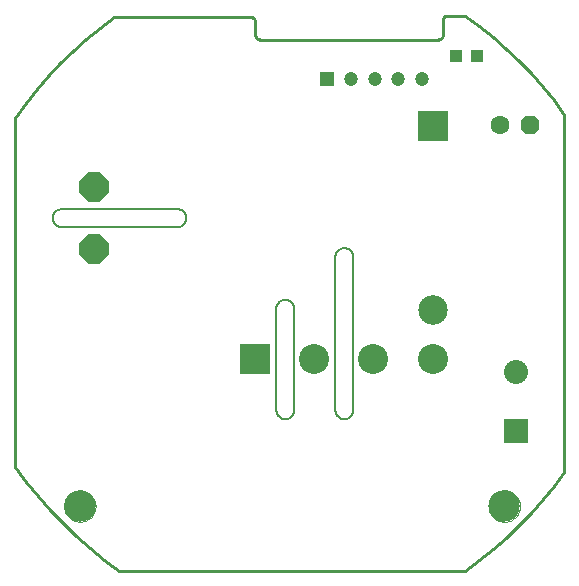
<source format=gts>
G75*
G70*
%OFA0B0*%
%FSLAX24Y24*%
%IPPOS*%
%LPD*%
%AMOC8*
5,1,8,0,0,1.08239X$1,22.5*
%
%ADD10C,0.0100*%
%ADD11C,0.0000*%
%ADD12C,0.1050*%
%ADD13C,0.0080*%
%ADD14OC8,0.0984*%
%ADD15C,0.0984*%
%ADD16R,0.0984X0.0984*%
%ADD17R,0.0800X0.0800*%
%ADD18C,0.0800*%
%ADD19R,0.1000X0.1000*%
%ADD20C,0.1000*%
%ADD21R,0.0472X0.0472*%
%ADD22C,0.0472*%
%ADD23R,0.0394X0.0433*%
%ADD24C,0.0630*%
%ADD25OC8,0.0630*%
D10*
X003600Y000390D02*
X015150Y000390D01*
X018450Y003690D02*
X018450Y015590D01*
X015150Y018890D02*
X014550Y018890D01*
X014527Y018888D01*
X014504Y018883D01*
X014482Y018874D01*
X014462Y018861D01*
X014444Y018846D01*
X014429Y018828D01*
X014416Y018808D01*
X014407Y018786D01*
X014402Y018763D01*
X014400Y018740D01*
X014400Y018240D01*
X014398Y018217D01*
X014393Y018194D01*
X014384Y018172D01*
X014371Y018152D01*
X014356Y018134D01*
X014338Y018119D01*
X014318Y018106D01*
X014296Y018097D01*
X014273Y018092D01*
X014250Y018090D01*
X008300Y018090D01*
X008277Y018092D01*
X008254Y018097D01*
X008232Y018106D01*
X008212Y018119D01*
X008194Y018134D01*
X008179Y018152D01*
X008166Y018172D01*
X008157Y018194D01*
X008152Y018217D01*
X008150Y018240D01*
X008150Y018690D01*
X008148Y018713D01*
X008143Y018736D01*
X008134Y018758D01*
X008121Y018778D01*
X008106Y018796D01*
X008088Y018811D01*
X008068Y018824D01*
X008046Y018833D01*
X008023Y018838D01*
X008000Y018840D01*
X003450Y018840D01*
X000150Y015490D02*
X000150Y003840D01*
X015150Y018890D02*
X015623Y018543D01*
X016080Y018176D01*
X016521Y017790D01*
X016944Y017384D01*
X017350Y016961D01*
X017736Y016520D01*
X018103Y016063D01*
X018450Y015590D01*
X003600Y000390D02*
X003106Y000752D01*
X002627Y001136D01*
X002167Y001540D01*
X001724Y001964D01*
X001300Y002407D01*
X000896Y002867D01*
X000512Y003346D01*
X000150Y003840D01*
X015150Y000390D02*
X015623Y000737D01*
X016080Y001104D01*
X016521Y001490D01*
X016944Y001896D01*
X017350Y002319D01*
X017736Y002760D01*
X018103Y003217D01*
X018450Y003690D01*
X003450Y018840D02*
X002976Y018487D01*
X002518Y018114D01*
X002077Y017721D01*
X001653Y017309D01*
X001248Y016879D01*
X000862Y016432D01*
X000495Y015969D01*
X000150Y015490D01*
D11*
X001775Y002540D02*
X001777Y002585D01*
X001783Y002630D01*
X001792Y002674D01*
X001806Y002717D01*
X001823Y002759D01*
X001843Y002799D01*
X001867Y002838D01*
X001895Y002874D01*
X001925Y002907D01*
X001958Y002938D01*
X001993Y002966D01*
X002031Y002991D01*
X002071Y003012D01*
X002112Y003030D01*
X002155Y003045D01*
X002199Y003055D01*
X002244Y003062D01*
X002289Y003065D01*
X002334Y003064D01*
X002379Y003059D01*
X002423Y003050D01*
X002467Y003038D01*
X002509Y003022D01*
X002549Y003002D01*
X002588Y002979D01*
X002625Y002952D01*
X002659Y002923D01*
X002691Y002891D01*
X002719Y002856D01*
X002745Y002819D01*
X002767Y002779D01*
X002786Y002738D01*
X002801Y002696D01*
X002813Y002652D01*
X002821Y002608D01*
X002825Y002563D01*
X002825Y002517D01*
X002821Y002472D01*
X002813Y002428D01*
X002801Y002384D01*
X002786Y002342D01*
X002767Y002301D01*
X002745Y002261D01*
X002719Y002224D01*
X002691Y002189D01*
X002659Y002157D01*
X002625Y002128D01*
X002588Y002101D01*
X002549Y002078D01*
X002509Y002058D01*
X002467Y002042D01*
X002423Y002030D01*
X002379Y002021D01*
X002334Y002016D01*
X002289Y002015D01*
X002244Y002018D01*
X002199Y002025D01*
X002155Y002035D01*
X002112Y002050D01*
X002071Y002068D01*
X002031Y002089D01*
X001993Y002114D01*
X001958Y002142D01*
X001925Y002173D01*
X001895Y002206D01*
X001867Y002242D01*
X001843Y002281D01*
X001823Y002321D01*
X001806Y002363D01*
X001792Y002406D01*
X001783Y002450D01*
X001777Y002495D01*
X001775Y002540D01*
X015925Y002540D02*
X015927Y002585D01*
X015933Y002630D01*
X015942Y002674D01*
X015956Y002717D01*
X015973Y002759D01*
X015993Y002799D01*
X016017Y002838D01*
X016045Y002874D01*
X016075Y002907D01*
X016108Y002938D01*
X016143Y002966D01*
X016181Y002991D01*
X016221Y003012D01*
X016262Y003030D01*
X016305Y003045D01*
X016349Y003055D01*
X016394Y003062D01*
X016439Y003065D01*
X016484Y003064D01*
X016529Y003059D01*
X016573Y003050D01*
X016617Y003038D01*
X016659Y003022D01*
X016699Y003002D01*
X016738Y002979D01*
X016775Y002952D01*
X016809Y002923D01*
X016841Y002891D01*
X016869Y002856D01*
X016895Y002819D01*
X016917Y002779D01*
X016936Y002738D01*
X016951Y002696D01*
X016963Y002652D01*
X016971Y002608D01*
X016975Y002563D01*
X016975Y002517D01*
X016971Y002472D01*
X016963Y002428D01*
X016951Y002384D01*
X016936Y002342D01*
X016917Y002301D01*
X016895Y002261D01*
X016869Y002224D01*
X016841Y002189D01*
X016809Y002157D01*
X016775Y002128D01*
X016738Y002101D01*
X016699Y002078D01*
X016659Y002058D01*
X016617Y002042D01*
X016573Y002030D01*
X016529Y002021D01*
X016484Y002016D01*
X016439Y002015D01*
X016394Y002018D01*
X016349Y002025D01*
X016305Y002035D01*
X016262Y002050D01*
X016221Y002068D01*
X016181Y002089D01*
X016143Y002114D01*
X016108Y002142D01*
X016075Y002173D01*
X016045Y002206D01*
X016017Y002242D01*
X015993Y002281D01*
X015973Y002321D01*
X015956Y002363D01*
X015942Y002406D01*
X015933Y002450D01*
X015927Y002495D01*
X015925Y002540D01*
D12*
X002300Y002540D03*
X016450Y002540D03*
D13*
X011419Y005740D02*
X011419Y010840D01*
X011417Y010874D01*
X011411Y010907D01*
X011402Y010939D01*
X011389Y010970D01*
X011373Y011000D01*
X011354Y011027D01*
X011331Y011052D01*
X011306Y011075D01*
X011279Y011094D01*
X011249Y011110D01*
X011218Y011123D01*
X011186Y011132D01*
X011153Y011138D01*
X011119Y011140D01*
X011085Y011138D01*
X011052Y011132D01*
X011020Y011123D01*
X010989Y011110D01*
X010959Y011094D01*
X010932Y011075D01*
X010907Y011052D01*
X010884Y011027D01*
X010865Y011000D01*
X010849Y010970D01*
X010836Y010939D01*
X010827Y010907D01*
X010821Y010874D01*
X010819Y010840D01*
X010819Y005740D01*
X010821Y005706D01*
X010827Y005673D01*
X010836Y005641D01*
X010849Y005610D01*
X010865Y005580D01*
X010884Y005553D01*
X010907Y005528D01*
X010932Y005505D01*
X010959Y005486D01*
X010989Y005470D01*
X011020Y005457D01*
X011052Y005448D01*
X011085Y005442D01*
X011119Y005440D01*
X011153Y005442D01*
X011186Y005448D01*
X011218Y005457D01*
X011249Y005470D01*
X011279Y005486D01*
X011306Y005505D01*
X011331Y005528D01*
X011354Y005553D01*
X011373Y005580D01*
X011389Y005610D01*
X011402Y005641D01*
X011411Y005673D01*
X011417Y005706D01*
X011419Y005740D01*
X009450Y005740D02*
X009450Y009090D01*
X009451Y009124D01*
X009448Y009157D01*
X009441Y009190D01*
X009431Y009223D01*
X009417Y009253D01*
X009400Y009282D01*
X009380Y009309D01*
X009357Y009334D01*
X009331Y009356D01*
X009303Y009374D01*
X009273Y009390D01*
X009241Y009402D01*
X009208Y009410D01*
X009175Y009415D01*
X009141Y009416D01*
X009108Y009413D01*
X009075Y009406D01*
X009042Y009396D01*
X009012Y009382D01*
X008983Y009365D01*
X008956Y009345D01*
X008931Y009322D01*
X008909Y009296D01*
X008891Y009268D01*
X008875Y009238D01*
X008863Y009206D01*
X008855Y009173D01*
X008850Y009140D01*
X008850Y005740D01*
X008852Y005706D01*
X008858Y005673D01*
X008867Y005641D01*
X008880Y005610D01*
X008896Y005580D01*
X008915Y005553D01*
X008938Y005528D01*
X008963Y005505D01*
X008990Y005486D01*
X009020Y005470D01*
X009051Y005457D01*
X009083Y005448D01*
X009116Y005442D01*
X009150Y005440D01*
X009184Y005442D01*
X009217Y005448D01*
X009249Y005457D01*
X009280Y005470D01*
X009310Y005486D01*
X009337Y005505D01*
X009362Y005528D01*
X009385Y005553D01*
X009404Y005580D01*
X009420Y005610D01*
X009433Y005641D01*
X009442Y005673D01*
X009448Y005706D01*
X009450Y005740D01*
X005550Y011840D02*
X001700Y011840D01*
X001666Y011842D01*
X001633Y011848D01*
X001601Y011857D01*
X001570Y011870D01*
X001540Y011886D01*
X001513Y011905D01*
X001488Y011928D01*
X001465Y011953D01*
X001446Y011980D01*
X001430Y012010D01*
X001417Y012041D01*
X001408Y012073D01*
X001402Y012106D01*
X001400Y012140D01*
X001402Y012174D01*
X001408Y012207D01*
X001417Y012239D01*
X001430Y012270D01*
X001446Y012300D01*
X001465Y012327D01*
X001488Y012352D01*
X001513Y012375D01*
X001540Y012394D01*
X001570Y012410D01*
X001601Y012423D01*
X001633Y012432D01*
X001666Y012438D01*
X001700Y012440D01*
X005550Y012440D01*
X005584Y012438D01*
X005617Y012432D01*
X005649Y012423D01*
X005680Y012410D01*
X005710Y012394D01*
X005737Y012375D01*
X005762Y012352D01*
X005785Y012327D01*
X005804Y012300D01*
X005820Y012270D01*
X005833Y012239D01*
X005842Y012207D01*
X005848Y012174D01*
X005850Y012140D01*
X005848Y012106D01*
X005842Y012073D01*
X005833Y012041D01*
X005820Y012010D01*
X005804Y011980D01*
X005785Y011953D01*
X005762Y011928D01*
X005737Y011905D01*
X005710Y011886D01*
X005680Y011870D01*
X005649Y011857D01*
X005617Y011848D01*
X005584Y011842D01*
X005550Y011840D01*
D14*
X002773Y011117D03*
X002773Y013176D03*
D15*
X014072Y009070D03*
D16*
X014072Y015223D03*
D17*
X016851Y005042D03*
D18*
X016851Y007011D03*
D19*
X008151Y007440D03*
D20*
X010120Y007440D03*
X012089Y007440D03*
X014057Y007440D03*
D21*
X010550Y016790D03*
D22*
X011337Y016790D03*
X012125Y016790D03*
X012912Y016790D03*
X013700Y016790D03*
D23*
X014845Y017540D03*
X015555Y017540D03*
D24*
X016300Y015240D03*
D25*
X017300Y015240D03*
M02*

</source>
